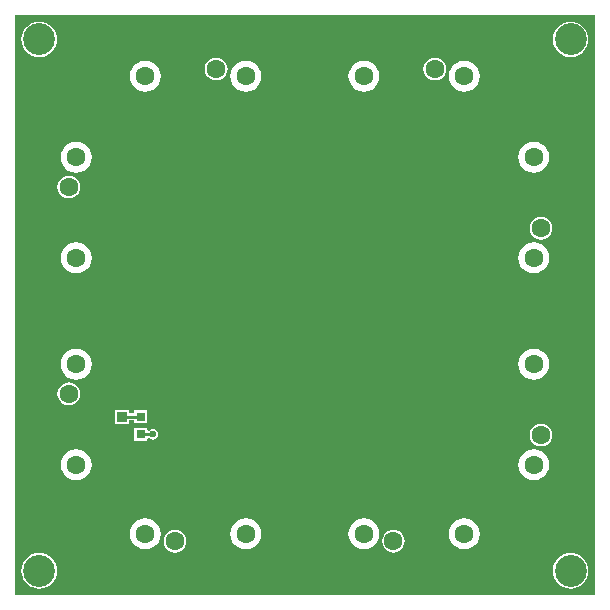
<source format=gtl>
G04*
G04 #@! TF.GenerationSoftware,Altium Limited,Altium Designer,18.1.9 (240)*
G04*
G04 Layer_Physical_Order=1*
G04 Layer_Color=255*
%FSLAX25Y25*%
%MOIN*%
G70*
G01*
G75*
%ADD11C,0.01000*%
%ADD12R,0.03347X0.03347*%
%ADD13R,0.03150X0.03150*%
%ADD21R,0.06299X0.06299*%
%ADD22C,0.06299*%
%ADD23R,0.06299X0.06299*%
%ADD24C,0.10630*%
%ADD25C,0.02362*%
G36*
X195219Y195219D02*
Y1631D01*
X1631Y1631D01*
X1631Y195219D01*
X195219Y195219D01*
D02*
G37*
%LPC*%
G36*
X187008Y192951D02*
X185848Y192837D01*
X184733Y192499D01*
X183706Y191950D01*
X182805Y191211D01*
X182066Y190310D01*
X181517Y189282D01*
X181178Y188167D01*
X181064Y187008D01*
X181178Y185848D01*
X181517Y184733D01*
X182066Y183706D01*
X182805Y182805D01*
X183706Y182066D01*
X184733Y181517D01*
X185848Y181178D01*
X187008Y181064D01*
X188167Y181178D01*
X189282Y181517D01*
X190310Y182066D01*
X191211Y182805D01*
X191950Y183706D01*
X192499Y184733D01*
X192837Y185848D01*
X192951Y187008D01*
X192837Y188167D01*
X192499Y189282D01*
X191950Y190310D01*
X191211Y191211D01*
X190310Y191950D01*
X189282Y192499D01*
X188167Y192837D01*
X187008Y192951D01*
D02*
G37*
G36*
X9843D02*
X8683Y192837D01*
X7568Y192499D01*
X6540Y191950D01*
X5640Y191211D01*
X4901Y190310D01*
X4351Y189282D01*
X4013Y188167D01*
X3899Y187008D01*
X4013Y185848D01*
X4351Y184733D01*
X4901Y183706D01*
X5640Y182805D01*
X6540Y182066D01*
X7568Y181517D01*
X8683Y181178D01*
X9843Y181064D01*
X11002Y181178D01*
X12117Y181517D01*
X13145Y182066D01*
X14045Y182805D01*
X14784Y183706D01*
X15334Y184733D01*
X15672Y185848D01*
X15786Y187008D01*
X15672Y188167D01*
X15334Y189282D01*
X14784Y190310D01*
X14045Y191211D01*
X13145Y191950D01*
X12117Y192499D01*
X11002Y192837D01*
X9843Y192951D01*
D02*
G37*
G36*
X141732Y180947D02*
X140753Y180818D01*
X139841Y180441D01*
X139058Y179840D01*
X138457Y179056D01*
X138079Y178144D01*
X137950Y177165D01*
X138079Y176187D01*
X138457Y175274D01*
X139058Y174491D01*
X139841Y173890D01*
X140753Y173512D01*
X141732Y173383D01*
X142711Y173512D01*
X143623Y173890D01*
X144406Y174491D01*
X145008Y175274D01*
X145385Y176187D01*
X145514Y177165D01*
X145385Y178144D01*
X145008Y179056D01*
X144406Y179840D01*
X143623Y180441D01*
X142711Y180818D01*
X141732Y180947D01*
D02*
G37*
G36*
X68898D02*
X67919Y180818D01*
X67007Y180441D01*
X66223Y179840D01*
X65622Y179056D01*
X65245Y178144D01*
X65116Y177165D01*
X65245Y176187D01*
X65622Y175274D01*
X66223Y174491D01*
X67007Y173890D01*
X67919Y173512D01*
X68898Y173383D01*
X69876Y173512D01*
X70789Y173890D01*
X71572Y174491D01*
X72173Y175274D01*
X72551Y176187D01*
X72680Y177165D01*
X72551Y178144D01*
X72173Y179056D01*
X71572Y179840D01*
X70789Y180441D01*
X69876Y180818D01*
X68898Y180947D01*
D02*
G37*
G36*
X151575Y179857D02*
X150236Y179681D01*
X148989Y179164D01*
X147918Y178342D01*
X147096Y177271D01*
X146579Y176024D01*
X146403Y174685D01*
X146579Y173346D01*
X147096Y172099D01*
X147918Y171028D01*
X148989Y170206D01*
X150236Y169690D01*
X151575Y169513D01*
X152913Y169690D01*
X154161Y170206D01*
X155232Y171028D01*
X156054Y172099D01*
X156570Y173346D01*
X156747Y174685D01*
X156570Y176024D01*
X156054Y177271D01*
X155232Y178342D01*
X154161Y179164D01*
X152913Y179681D01*
X151575Y179857D01*
D02*
G37*
G36*
X118110D02*
X116772Y179681D01*
X115524Y179164D01*
X114453Y178342D01*
X113631Y177271D01*
X113115Y176024D01*
X112938Y174685D01*
X113115Y173346D01*
X113631Y172099D01*
X114453Y171028D01*
X115524Y170206D01*
X116772Y169690D01*
X118110Y169513D01*
X119449Y169690D01*
X120696Y170206D01*
X121767Y171028D01*
X122589Y172099D01*
X123106Y173346D01*
X123282Y174685D01*
X123106Y176024D01*
X122589Y177271D01*
X121767Y178342D01*
X120696Y179164D01*
X119449Y179681D01*
X118110Y179857D01*
D02*
G37*
G36*
X78740D02*
X77402Y179681D01*
X76154Y179164D01*
X75083Y178342D01*
X74261Y177271D01*
X73745Y176024D01*
X73568Y174685D01*
X73745Y173346D01*
X74261Y172099D01*
X75083Y171028D01*
X76154Y170206D01*
X77402Y169690D01*
X78740Y169513D01*
X80079Y169690D01*
X81326Y170206D01*
X82397Y171028D01*
X83219Y172099D01*
X83736Y173346D01*
X83912Y174685D01*
X83736Y176024D01*
X83219Y177271D01*
X82397Y178342D01*
X81326Y179164D01*
X80079Y179681D01*
X78740Y179857D01*
D02*
G37*
G36*
X45276D02*
X43937Y179681D01*
X42690Y179164D01*
X41619Y178342D01*
X40797Y177271D01*
X40280Y176024D01*
X40104Y174685D01*
X40280Y173346D01*
X40797Y172099D01*
X41619Y171028D01*
X42690Y170206D01*
X43937Y169690D01*
X45276Y169513D01*
X46614Y169690D01*
X47861Y170206D01*
X48933Y171028D01*
X49755Y172099D01*
X50271Y173346D01*
X50447Y174685D01*
X50271Y176024D01*
X49755Y177271D01*
X48933Y178342D01*
X47861Y179164D01*
X46614Y179681D01*
X45276Y179857D01*
D02*
G37*
G36*
X174685Y152810D02*
X173346Y152633D01*
X172099Y152117D01*
X171028Y151295D01*
X170206Y150224D01*
X169690Y148976D01*
X169513Y147638D01*
X169690Y146299D01*
X170206Y145052D01*
X171028Y143981D01*
X172099Y143159D01*
X173346Y142642D01*
X174685Y142466D01*
X176024Y142642D01*
X177271Y143159D01*
X178342Y143981D01*
X179164Y145052D01*
X179681Y146299D01*
X179857Y147638D01*
X179681Y148976D01*
X179164Y150224D01*
X178342Y151295D01*
X177271Y152117D01*
X176024Y152633D01*
X174685Y152810D01*
D02*
G37*
G36*
X22165D02*
X20827Y152633D01*
X19579Y152117D01*
X18508Y151295D01*
X17686Y150224D01*
X17170Y148976D01*
X16994Y147638D01*
X17170Y146299D01*
X17686Y145052D01*
X18508Y143981D01*
X19579Y143159D01*
X20827Y142642D01*
X22165Y142466D01*
X23504Y142642D01*
X24751Y143159D01*
X25822Y143981D01*
X26644Y145052D01*
X27161Y146299D01*
X27337Y147638D01*
X27161Y148976D01*
X26644Y150224D01*
X25822Y151295D01*
X24751Y152117D01*
X23504Y152633D01*
X22165Y152810D01*
D02*
G37*
G36*
X19685Y141577D02*
X18706Y141448D01*
X17794Y141071D01*
X17011Y140470D01*
X16410Y139686D01*
X16032Y138774D01*
X15903Y137795D01*
X16032Y136816D01*
X16410Y135904D01*
X17011Y135121D01*
X17794Y134520D01*
X18706Y134142D01*
X19685Y134013D01*
X20664Y134142D01*
X21576Y134520D01*
X22359Y135121D01*
X22960Y135904D01*
X23338Y136816D01*
X23467Y137795D01*
X23338Y138774D01*
X22960Y139686D01*
X22359Y140470D01*
X21576Y141071D01*
X20664Y141448D01*
X19685Y141577D01*
D02*
G37*
G36*
X177165Y127798D02*
X176187Y127669D01*
X175274Y127291D01*
X174491Y126690D01*
X173890Y125907D01*
X173512Y124995D01*
X173383Y124016D01*
X173512Y123037D01*
X173890Y122125D01*
X174491Y121342D01*
X175274Y120740D01*
X176187Y120363D01*
X177165Y120234D01*
X178144Y120363D01*
X179056Y120740D01*
X179840Y121342D01*
X180441Y122125D01*
X180818Y123037D01*
X180947Y124016D01*
X180818Y124995D01*
X180441Y125907D01*
X179840Y126690D01*
X179056Y127291D01*
X178144Y127669D01*
X177165Y127798D01*
D02*
G37*
G36*
X174685Y119345D02*
X173346Y119169D01*
X172099Y118652D01*
X171028Y117830D01*
X170206Y116759D01*
X169690Y115512D01*
X169513Y114173D01*
X169690Y112835D01*
X170206Y111587D01*
X171028Y110516D01*
X172099Y109694D01*
X173346Y109178D01*
X174685Y109001D01*
X176024Y109178D01*
X177271Y109694D01*
X178342Y110516D01*
X179164Y111587D01*
X179681Y112835D01*
X179857Y114173D01*
X179681Y115512D01*
X179164Y116759D01*
X178342Y117830D01*
X177271Y118652D01*
X176024Y119169D01*
X174685Y119345D01*
D02*
G37*
G36*
X22165D02*
X20827Y119169D01*
X19579Y118652D01*
X18508Y117830D01*
X17686Y116759D01*
X17170Y115512D01*
X16994Y114173D01*
X17170Y112835D01*
X17686Y111587D01*
X18508Y110516D01*
X19579Y109694D01*
X20827Y109178D01*
X22165Y109001D01*
X23504Y109178D01*
X24751Y109694D01*
X25822Y110516D01*
X26644Y111587D01*
X27161Y112835D01*
X27337Y114173D01*
X27161Y115512D01*
X26644Y116759D01*
X25822Y117830D01*
X24751Y118652D01*
X23504Y119169D01*
X22165Y119345D01*
D02*
G37*
G36*
X174685Y83912D02*
X173346Y83736D01*
X172099Y83219D01*
X171028Y82397D01*
X170206Y81326D01*
X169690Y80079D01*
X169513Y78740D01*
X169690Y77402D01*
X170206Y76154D01*
X171028Y75083D01*
X172099Y74261D01*
X173346Y73745D01*
X174685Y73568D01*
X176024Y73745D01*
X177271Y74261D01*
X178342Y75083D01*
X179164Y76154D01*
X179681Y77402D01*
X179857Y78740D01*
X179681Y80079D01*
X179164Y81326D01*
X178342Y82397D01*
X177271Y83219D01*
X176024Y83736D01*
X174685Y83912D01*
D02*
G37*
G36*
X22165D02*
X20827Y83736D01*
X19579Y83219D01*
X18508Y82397D01*
X17686Y81326D01*
X17170Y80079D01*
X16994Y78740D01*
X17170Y77402D01*
X17686Y76154D01*
X18508Y75083D01*
X19579Y74261D01*
X20827Y73745D01*
X22165Y73568D01*
X23504Y73745D01*
X24751Y74261D01*
X25822Y75083D01*
X26644Y76154D01*
X27161Y77402D01*
X27337Y78740D01*
X27161Y80079D01*
X26644Y81326D01*
X25822Y82397D01*
X24751Y83219D01*
X23504Y83736D01*
X22165Y83912D01*
D02*
G37*
G36*
X19685Y72680D02*
X18706Y72551D01*
X17794Y72173D01*
X17011Y71572D01*
X16410Y70789D01*
X16032Y69876D01*
X15903Y68898D01*
X16032Y67919D01*
X16410Y67007D01*
X17011Y66223D01*
X17794Y65622D01*
X18706Y65245D01*
X19685Y65116D01*
X20664Y65245D01*
X21576Y65622D01*
X22359Y66223D01*
X22960Y67007D01*
X23338Y67919D01*
X23467Y68898D01*
X23338Y69876D01*
X22960Y70789D01*
X22359Y71572D01*
X21576Y72173D01*
X20664Y72551D01*
X19685Y72680D01*
D02*
G37*
G36*
X39675Y63494D02*
X35128D01*
Y58947D01*
X39675D01*
Y60099D01*
X41526D01*
Y59046D01*
X45876D01*
Y63395D01*
X41526D01*
Y62342D01*
X39675D01*
Y63494D01*
D02*
G37*
G36*
X45876Y57490D02*
X41526D01*
Y53140D01*
X45876D01*
Y53887D01*
X46376Y54038D01*
X46380Y54031D01*
X46970Y53637D01*
X47665Y53499D01*
X48360Y53637D01*
X48949Y54031D01*
X49342Y54620D01*
X49481Y55315D01*
X49342Y56010D01*
X48949Y56599D01*
X48360Y56993D01*
X47665Y57131D01*
X46970Y56993D01*
X46380Y56599D01*
X46376Y56592D01*
X45876Y56743D01*
Y57490D01*
D02*
G37*
G36*
X177165Y58900D02*
X176187Y58771D01*
X175274Y58393D01*
X174491Y57792D01*
X173890Y57009D01*
X173512Y56097D01*
X173383Y55118D01*
X173512Y54139D01*
X173890Y53227D01*
X174491Y52444D01*
X175274Y51843D01*
X176187Y51465D01*
X177165Y51336D01*
X178144Y51465D01*
X179056Y51843D01*
X179840Y52444D01*
X180441Y53227D01*
X180818Y54139D01*
X180947Y55118D01*
X180818Y56097D01*
X180441Y57009D01*
X179840Y57792D01*
X179056Y58393D01*
X178144Y58771D01*
X177165Y58900D01*
D02*
G37*
G36*
X174685Y50447D02*
X173346Y50271D01*
X172099Y49755D01*
X171028Y48933D01*
X170206Y47861D01*
X169690Y46614D01*
X169513Y45276D01*
X169690Y43937D01*
X170206Y42690D01*
X171028Y41619D01*
X172099Y40797D01*
X173346Y40280D01*
X174685Y40104D01*
X176024Y40280D01*
X177271Y40797D01*
X178342Y41619D01*
X179164Y42690D01*
X179681Y43937D01*
X179857Y45276D01*
X179681Y46614D01*
X179164Y47861D01*
X178342Y48933D01*
X177271Y49755D01*
X176024Y50271D01*
X174685Y50447D01*
D02*
G37*
G36*
X22165D02*
X20827Y50271D01*
X19579Y49755D01*
X18508Y48933D01*
X17686Y47861D01*
X17170Y46614D01*
X16994Y45276D01*
X17170Y43937D01*
X17686Y42690D01*
X18508Y41619D01*
X19579Y40797D01*
X20827Y40280D01*
X22165Y40104D01*
X23504Y40280D01*
X24751Y40797D01*
X25822Y41619D01*
X26644Y42690D01*
X27161Y43937D01*
X27337Y45276D01*
X27161Y46614D01*
X26644Y47861D01*
X25822Y48933D01*
X24751Y49755D01*
X23504Y50271D01*
X22165Y50447D01*
D02*
G37*
G36*
X151575Y27337D02*
X150236Y27161D01*
X148989Y26644D01*
X147918Y25822D01*
X147096Y24751D01*
X146579Y23504D01*
X146403Y22165D01*
X146579Y20827D01*
X147096Y19579D01*
X147918Y18508D01*
X148989Y17686D01*
X150236Y17170D01*
X151575Y16994D01*
X152913Y17170D01*
X154161Y17686D01*
X155232Y18508D01*
X156054Y19579D01*
X156570Y20827D01*
X156747Y22165D01*
X156570Y23504D01*
X156054Y24751D01*
X155232Y25822D01*
X154161Y26644D01*
X152913Y27161D01*
X151575Y27337D01*
D02*
G37*
G36*
X118110D02*
X116772Y27161D01*
X115524Y26644D01*
X114453Y25822D01*
X113631Y24751D01*
X113115Y23504D01*
X112938Y22165D01*
X113115Y20827D01*
X113631Y19579D01*
X114453Y18508D01*
X115524Y17686D01*
X116772Y17170D01*
X118110Y16994D01*
X119449Y17170D01*
X120696Y17686D01*
X121767Y18508D01*
X122589Y19579D01*
X123106Y20827D01*
X123282Y22165D01*
X123106Y23504D01*
X122589Y24751D01*
X121767Y25822D01*
X120696Y26644D01*
X119449Y27161D01*
X118110Y27337D01*
D02*
G37*
G36*
X78740D02*
X77402Y27161D01*
X76154Y26644D01*
X75083Y25822D01*
X74261Y24751D01*
X73745Y23504D01*
X73568Y22165D01*
X73745Y20827D01*
X74261Y19579D01*
X75083Y18508D01*
X76154Y17686D01*
X77402Y17170D01*
X78740Y16994D01*
X80079Y17170D01*
X81326Y17686D01*
X82397Y18508D01*
X83219Y19579D01*
X83736Y20827D01*
X83912Y22165D01*
X83736Y23504D01*
X83219Y24751D01*
X82397Y25822D01*
X81326Y26644D01*
X80079Y27161D01*
X78740Y27337D01*
D02*
G37*
G36*
X45276D02*
X43937Y27161D01*
X42690Y26644D01*
X41619Y25822D01*
X40797Y24751D01*
X40280Y23504D01*
X40104Y22165D01*
X40280Y20827D01*
X40797Y19579D01*
X41619Y18508D01*
X42690Y17686D01*
X43937Y17170D01*
X45276Y16994D01*
X46614Y17170D01*
X47861Y17686D01*
X48933Y18508D01*
X49755Y19579D01*
X50271Y20827D01*
X50447Y22165D01*
X50271Y23504D01*
X49755Y24751D01*
X48933Y25822D01*
X47861Y26644D01*
X46614Y27161D01*
X45276Y27337D01*
D02*
G37*
G36*
X127953Y23467D02*
X126974Y23338D01*
X126062Y22960D01*
X125278Y22359D01*
X124678Y21576D01*
X124300Y20664D01*
X124171Y19685D01*
X124300Y18706D01*
X124678Y17794D01*
X125278Y17011D01*
X126062Y16410D01*
X126974Y16032D01*
X127953Y15903D01*
X128932Y16032D01*
X129844Y16410D01*
X130627Y17011D01*
X131228Y17794D01*
X131606Y18706D01*
X131735Y19685D01*
X131606Y20664D01*
X131228Y21576D01*
X130627Y22359D01*
X129844Y22960D01*
X128932Y23338D01*
X127953Y23467D01*
D02*
G37*
G36*
X55118D02*
X54139Y23338D01*
X53227Y22960D01*
X52444Y22359D01*
X51843Y21576D01*
X51465Y20664D01*
X51336Y19685D01*
X51465Y18706D01*
X51843Y17794D01*
X52444Y17011D01*
X53227Y16410D01*
X54139Y16032D01*
X55118Y15903D01*
X56097Y16032D01*
X57009Y16410D01*
X57792Y17011D01*
X58393Y17794D01*
X58771Y18706D01*
X58900Y19685D01*
X58771Y20664D01*
X58393Y21576D01*
X57792Y22359D01*
X57009Y22960D01*
X56097Y23338D01*
X55118Y23467D01*
D02*
G37*
G36*
X187008Y15786D02*
X185848Y15672D01*
X184733Y15334D01*
X183706Y14784D01*
X182805Y14045D01*
X182066Y13145D01*
X181517Y12117D01*
X181178Y11002D01*
X181064Y9843D01*
X181178Y8683D01*
X181517Y7568D01*
X182066Y6540D01*
X182805Y5640D01*
X183706Y4901D01*
X184733Y4351D01*
X185848Y4013D01*
X187008Y3899D01*
X188167Y4013D01*
X189282Y4351D01*
X190310Y4901D01*
X191211Y5640D01*
X191950Y6540D01*
X192499Y7568D01*
X192837Y8683D01*
X192951Y9843D01*
X192837Y11002D01*
X192499Y12117D01*
X191950Y13145D01*
X191211Y14045D01*
X190310Y14784D01*
X189282Y15334D01*
X188167Y15672D01*
X187008Y15786D01*
D02*
G37*
G36*
X9843D02*
X8683Y15672D01*
X7568Y15334D01*
X6540Y14784D01*
X5640Y14045D01*
X4901Y13145D01*
X4351Y12117D01*
X4013Y11002D01*
X3899Y9843D01*
X4013Y8683D01*
X4351Y7568D01*
X4901Y6540D01*
X5640Y5640D01*
X6540Y4901D01*
X7568Y4351D01*
X8683Y4013D01*
X9843Y3899D01*
X11002Y4013D01*
X12117Y4351D01*
X13145Y4901D01*
X14045Y5640D01*
X14784Y6540D01*
X15334Y7568D01*
X15672Y8683D01*
X15786Y9843D01*
X15672Y11002D01*
X15334Y12117D01*
X14784Y13145D01*
X14045Y14045D01*
X13145Y14784D01*
X12117Y15334D01*
X11002Y15672D01*
X9843Y15786D01*
D02*
G37*
%LPD*%
D11*
X43701Y55315D02*
X47665D01*
X37402Y61221D02*
X43701D01*
D12*
X37402D02*
D03*
Y55118D02*
D03*
D13*
X43701Y55315D02*
D03*
Y61221D02*
D03*
D21*
X19685Y124016D02*
D03*
X177165Y68898D02*
D03*
Y137795D02*
D03*
X19685Y55118D02*
D03*
D22*
Y137795D02*
D03*
X22165Y114173D02*
D03*
Y147638D02*
D03*
X177165Y55118D02*
D03*
X174685Y78740D02*
D03*
Y45276D02*
D03*
X177165Y124016D02*
D03*
X174685Y147638D02*
D03*
Y114173D02*
D03*
X141732Y177165D02*
D03*
X118110Y174685D02*
D03*
X151575D02*
D03*
X68898Y177165D02*
D03*
X45276Y174685D02*
D03*
X78740D02*
D03*
X127953Y19685D02*
D03*
X151575Y22165D02*
D03*
X118110D02*
D03*
X55118Y19685D02*
D03*
X78740Y22165D02*
D03*
X45276D02*
D03*
X19685Y68898D02*
D03*
X22165Y45276D02*
D03*
Y78740D02*
D03*
D23*
X127953Y177165D02*
D03*
X55118D02*
D03*
X141732Y19685D02*
D03*
X68898D02*
D03*
D24*
X9843Y187008D02*
D03*
X187008D02*
D03*
Y9843D02*
D03*
X9843D02*
D03*
D25*
X47665Y55315D02*
D03*
M02*

</source>
